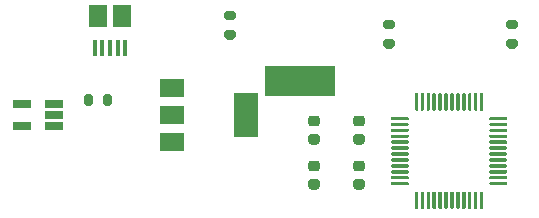
<source format=gbr>
%TF.GenerationSoftware,KiCad,Pcbnew,(5.1.10)-1*%
%TF.CreationDate,2021-12-07T16:49:30+08:00*%
%TF.ProjectId,TomatoClock,546f6d61-746f-4436-9c6f-636b2e6b6963,rev?*%
%TF.SameCoordinates,Original*%
%TF.FileFunction,Paste,Top*%
%TF.FilePolarity,Positive*%
%FSLAX46Y46*%
G04 Gerber Fmt 4.6, Leading zero omitted, Abs format (unit mm)*
G04 Created by KiCad (PCBNEW (5.1.10)-1) date 2021-12-07 16:49:30*
%MOMM*%
%LPD*%
G01*
G04 APERTURE LIST*
%ADD10R,6.000000X2.500000*%
%ADD11R,2.000000X1.500000*%
%ADD12R,2.000000X3.800000*%
%ADD13R,1.560000X0.650000*%
%ADD14R,1.500000X1.900000*%
%ADD15R,0.400000X1.350000*%
G04 APERTURE END LIST*
%TO.C,C4*%
G36*
G01*
X27182000Y19233000D02*
X27682000Y19233000D01*
G75*
G02*
X27907000Y19008000I0J-225000D01*
G01*
X27907000Y18558000D01*
G75*
G02*
X27682000Y18333000I-225000J0D01*
G01*
X27182000Y18333000D01*
G75*
G02*
X26957000Y18558000I0J225000D01*
G01*
X26957000Y19008000D01*
G75*
G02*
X27182000Y19233000I225000J0D01*
G01*
G37*
G36*
G01*
X27182000Y20783000D02*
X27682000Y20783000D01*
G75*
G02*
X27907000Y20558000I0J-225000D01*
G01*
X27907000Y20108000D01*
G75*
G02*
X27682000Y19883000I-225000J0D01*
G01*
X27182000Y19883000D01*
G75*
G02*
X26957000Y20108000I0J225000D01*
G01*
X26957000Y20558000D01*
G75*
G02*
X27182000Y20783000I225000J0D01*
G01*
G37*
%TD*%
%TO.C,C3*%
G36*
G01*
X30992000Y19233000D02*
X31492000Y19233000D01*
G75*
G02*
X31717000Y19008000I0J-225000D01*
G01*
X31717000Y18558000D01*
G75*
G02*
X31492000Y18333000I-225000J0D01*
G01*
X30992000Y18333000D01*
G75*
G02*
X30767000Y18558000I0J225000D01*
G01*
X30767000Y19008000D01*
G75*
G02*
X30992000Y19233000I225000J0D01*
G01*
G37*
G36*
G01*
X30992000Y20783000D02*
X31492000Y20783000D01*
G75*
G02*
X31717000Y20558000I0J-225000D01*
G01*
X31717000Y20108000D01*
G75*
G02*
X31492000Y19883000I-225000J0D01*
G01*
X30992000Y19883000D01*
G75*
G02*
X30767000Y20108000I0J225000D01*
G01*
X30767000Y20558000D01*
G75*
G02*
X30992000Y20783000I225000J0D01*
G01*
G37*
%TD*%
%TO.C,C2*%
G36*
G01*
X31492000Y16073000D02*
X30992000Y16073000D01*
G75*
G02*
X30767000Y16298000I0J225000D01*
G01*
X30767000Y16748000D01*
G75*
G02*
X30992000Y16973000I225000J0D01*
G01*
X31492000Y16973000D01*
G75*
G02*
X31717000Y16748000I0J-225000D01*
G01*
X31717000Y16298000D01*
G75*
G02*
X31492000Y16073000I-225000J0D01*
G01*
G37*
G36*
G01*
X31492000Y14523000D02*
X30992000Y14523000D01*
G75*
G02*
X30767000Y14748000I0J225000D01*
G01*
X30767000Y15198000D01*
G75*
G02*
X30992000Y15423000I225000J0D01*
G01*
X31492000Y15423000D01*
G75*
G02*
X31717000Y15198000I0J-225000D01*
G01*
X31717000Y14748000D01*
G75*
G02*
X31492000Y14523000I-225000J0D01*
G01*
G37*
%TD*%
%TO.C,C1*%
G36*
G01*
X27682000Y16073000D02*
X27182000Y16073000D01*
G75*
G02*
X26957000Y16298000I0J225000D01*
G01*
X26957000Y16748000D01*
G75*
G02*
X27182000Y16973000I225000J0D01*
G01*
X27682000Y16973000D01*
G75*
G02*
X27907000Y16748000I0J-225000D01*
G01*
X27907000Y16298000D01*
G75*
G02*
X27682000Y16073000I-225000J0D01*
G01*
G37*
G36*
G01*
X27682000Y14523000D02*
X27182000Y14523000D01*
G75*
G02*
X26957000Y14748000I0J225000D01*
G01*
X26957000Y15198000D01*
G75*
G02*
X27182000Y15423000I225000J0D01*
G01*
X27682000Y15423000D01*
G75*
G02*
X27907000Y15198000I0J-225000D01*
G01*
X27907000Y14748000D01*
G75*
G02*
X27682000Y14523000I-225000J0D01*
G01*
G37*
%TD*%
D10*
%TO.C,Y2*%
X26250000Y23688000D03*
%TD*%
D11*
%TO.C,U3*%
X15392000Y23128000D03*
X15392000Y18528000D03*
X15392000Y20828000D03*
D12*
X21692000Y20828000D03*
%TD*%
D13*
%TO.C,U2*%
X2714000Y19878000D03*
X2714000Y21778000D03*
X5414000Y21778000D03*
X5414000Y20828000D03*
X5414000Y19878000D03*
%TD*%
%TO.C,U1*%
G36*
G01*
X35962000Y21280000D02*
X35962000Y22605000D01*
G75*
G02*
X36037000Y22680000I75000J0D01*
G01*
X36187000Y22680000D01*
G75*
G02*
X36262000Y22605000I0J-75000D01*
G01*
X36262000Y21280000D01*
G75*
G02*
X36187000Y21205000I-75000J0D01*
G01*
X36037000Y21205000D01*
G75*
G02*
X35962000Y21280000I0J75000D01*
G01*
G37*
G36*
G01*
X36462000Y21280000D02*
X36462000Y22605000D01*
G75*
G02*
X36537000Y22680000I75000J0D01*
G01*
X36687000Y22680000D01*
G75*
G02*
X36762000Y22605000I0J-75000D01*
G01*
X36762000Y21280000D01*
G75*
G02*
X36687000Y21205000I-75000J0D01*
G01*
X36537000Y21205000D01*
G75*
G02*
X36462000Y21280000I0J75000D01*
G01*
G37*
G36*
G01*
X36962000Y21280000D02*
X36962000Y22605000D01*
G75*
G02*
X37037000Y22680000I75000J0D01*
G01*
X37187000Y22680000D01*
G75*
G02*
X37262000Y22605000I0J-75000D01*
G01*
X37262000Y21280000D01*
G75*
G02*
X37187000Y21205000I-75000J0D01*
G01*
X37037000Y21205000D01*
G75*
G02*
X36962000Y21280000I0J75000D01*
G01*
G37*
G36*
G01*
X37462000Y21280000D02*
X37462000Y22605000D01*
G75*
G02*
X37537000Y22680000I75000J0D01*
G01*
X37687000Y22680000D01*
G75*
G02*
X37762000Y22605000I0J-75000D01*
G01*
X37762000Y21280000D01*
G75*
G02*
X37687000Y21205000I-75000J0D01*
G01*
X37537000Y21205000D01*
G75*
G02*
X37462000Y21280000I0J75000D01*
G01*
G37*
G36*
G01*
X37962000Y21280000D02*
X37962000Y22605000D01*
G75*
G02*
X38037000Y22680000I75000J0D01*
G01*
X38187000Y22680000D01*
G75*
G02*
X38262000Y22605000I0J-75000D01*
G01*
X38262000Y21280000D01*
G75*
G02*
X38187000Y21205000I-75000J0D01*
G01*
X38037000Y21205000D01*
G75*
G02*
X37962000Y21280000I0J75000D01*
G01*
G37*
G36*
G01*
X38462000Y21280000D02*
X38462000Y22605000D01*
G75*
G02*
X38537000Y22680000I75000J0D01*
G01*
X38687000Y22680000D01*
G75*
G02*
X38762000Y22605000I0J-75000D01*
G01*
X38762000Y21280000D01*
G75*
G02*
X38687000Y21205000I-75000J0D01*
G01*
X38537000Y21205000D01*
G75*
G02*
X38462000Y21280000I0J75000D01*
G01*
G37*
G36*
G01*
X38962000Y21280000D02*
X38962000Y22605000D01*
G75*
G02*
X39037000Y22680000I75000J0D01*
G01*
X39187000Y22680000D01*
G75*
G02*
X39262000Y22605000I0J-75000D01*
G01*
X39262000Y21280000D01*
G75*
G02*
X39187000Y21205000I-75000J0D01*
G01*
X39037000Y21205000D01*
G75*
G02*
X38962000Y21280000I0J75000D01*
G01*
G37*
G36*
G01*
X39462000Y21280000D02*
X39462000Y22605000D01*
G75*
G02*
X39537000Y22680000I75000J0D01*
G01*
X39687000Y22680000D01*
G75*
G02*
X39762000Y22605000I0J-75000D01*
G01*
X39762000Y21280000D01*
G75*
G02*
X39687000Y21205000I-75000J0D01*
G01*
X39537000Y21205000D01*
G75*
G02*
X39462000Y21280000I0J75000D01*
G01*
G37*
G36*
G01*
X39962000Y21280000D02*
X39962000Y22605000D01*
G75*
G02*
X40037000Y22680000I75000J0D01*
G01*
X40187000Y22680000D01*
G75*
G02*
X40262000Y22605000I0J-75000D01*
G01*
X40262000Y21280000D01*
G75*
G02*
X40187000Y21205000I-75000J0D01*
G01*
X40037000Y21205000D01*
G75*
G02*
X39962000Y21280000I0J75000D01*
G01*
G37*
G36*
G01*
X40462000Y21280000D02*
X40462000Y22605000D01*
G75*
G02*
X40537000Y22680000I75000J0D01*
G01*
X40687000Y22680000D01*
G75*
G02*
X40762000Y22605000I0J-75000D01*
G01*
X40762000Y21280000D01*
G75*
G02*
X40687000Y21205000I-75000J0D01*
G01*
X40537000Y21205000D01*
G75*
G02*
X40462000Y21280000I0J75000D01*
G01*
G37*
G36*
G01*
X40962000Y21280000D02*
X40962000Y22605000D01*
G75*
G02*
X41037000Y22680000I75000J0D01*
G01*
X41187000Y22680000D01*
G75*
G02*
X41262000Y22605000I0J-75000D01*
G01*
X41262000Y21280000D01*
G75*
G02*
X41187000Y21205000I-75000J0D01*
G01*
X41037000Y21205000D01*
G75*
G02*
X40962000Y21280000I0J75000D01*
G01*
G37*
G36*
G01*
X41462000Y21280000D02*
X41462000Y22605000D01*
G75*
G02*
X41537000Y22680000I75000J0D01*
G01*
X41687000Y22680000D01*
G75*
G02*
X41762000Y22605000I0J-75000D01*
G01*
X41762000Y21280000D01*
G75*
G02*
X41687000Y21205000I-75000J0D01*
G01*
X41537000Y21205000D01*
G75*
G02*
X41462000Y21280000I0J75000D01*
G01*
G37*
G36*
G01*
X42287000Y20455000D02*
X42287000Y20605000D01*
G75*
G02*
X42362000Y20680000I75000J0D01*
G01*
X43687000Y20680000D01*
G75*
G02*
X43762000Y20605000I0J-75000D01*
G01*
X43762000Y20455000D01*
G75*
G02*
X43687000Y20380000I-75000J0D01*
G01*
X42362000Y20380000D01*
G75*
G02*
X42287000Y20455000I0J75000D01*
G01*
G37*
G36*
G01*
X42287000Y19955000D02*
X42287000Y20105000D01*
G75*
G02*
X42362000Y20180000I75000J0D01*
G01*
X43687000Y20180000D01*
G75*
G02*
X43762000Y20105000I0J-75000D01*
G01*
X43762000Y19955000D01*
G75*
G02*
X43687000Y19880000I-75000J0D01*
G01*
X42362000Y19880000D01*
G75*
G02*
X42287000Y19955000I0J75000D01*
G01*
G37*
G36*
G01*
X42287000Y19455000D02*
X42287000Y19605000D01*
G75*
G02*
X42362000Y19680000I75000J0D01*
G01*
X43687000Y19680000D01*
G75*
G02*
X43762000Y19605000I0J-75000D01*
G01*
X43762000Y19455000D01*
G75*
G02*
X43687000Y19380000I-75000J0D01*
G01*
X42362000Y19380000D01*
G75*
G02*
X42287000Y19455000I0J75000D01*
G01*
G37*
G36*
G01*
X42287000Y18955000D02*
X42287000Y19105000D01*
G75*
G02*
X42362000Y19180000I75000J0D01*
G01*
X43687000Y19180000D01*
G75*
G02*
X43762000Y19105000I0J-75000D01*
G01*
X43762000Y18955000D01*
G75*
G02*
X43687000Y18880000I-75000J0D01*
G01*
X42362000Y18880000D01*
G75*
G02*
X42287000Y18955000I0J75000D01*
G01*
G37*
G36*
G01*
X42287000Y18455000D02*
X42287000Y18605000D01*
G75*
G02*
X42362000Y18680000I75000J0D01*
G01*
X43687000Y18680000D01*
G75*
G02*
X43762000Y18605000I0J-75000D01*
G01*
X43762000Y18455000D01*
G75*
G02*
X43687000Y18380000I-75000J0D01*
G01*
X42362000Y18380000D01*
G75*
G02*
X42287000Y18455000I0J75000D01*
G01*
G37*
G36*
G01*
X42287000Y17955000D02*
X42287000Y18105000D01*
G75*
G02*
X42362000Y18180000I75000J0D01*
G01*
X43687000Y18180000D01*
G75*
G02*
X43762000Y18105000I0J-75000D01*
G01*
X43762000Y17955000D01*
G75*
G02*
X43687000Y17880000I-75000J0D01*
G01*
X42362000Y17880000D01*
G75*
G02*
X42287000Y17955000I0J75000D01*
G01*
G37*
G36*
G01*
X42287000Y17455000D02*
X42287000Y17605000D01*
G75*
G02*
X42362000Y17680000I75000J0D01*
G01*
X43687000Y17680000D01*
G75*
G02*
X43762000Y17605000I0J-75000D01*
G01*
X43762000Y17455000D01*
G75*
G02*
X43687000Y17380000I-75000J0D01*
G01*
X42362000Y17380000D01*
G75*
G02*
X42287000Y17455000I0J75000D01*
G01*
G37*
G36*
G01*
X42287000Y16955000D02*
X42287000Y17105000D01*
G75*
G02*
X42362000Y17180000I75000J0D01*
G01*
X43687000Y17180000D01*
G75*
G02*
X43762000Y17105000I0J-75000D01*
G01*
X43762000Y16955000D01*
G75*
G02*
X43687000Y16880000I-75000J0D01*
G01*
X42362000Y16880000D01*
G75*
G02*
X42287000Y16955000I0J75000D01*
G01*
G37*
G36*
G01*
X42287000Y16455000D02*
X42287000Y16605000D01*
G75*
G02*
X42362000Y16680000I75000J0D01*
G01*
X43687000Y16680000D01*
G75*
G02*
X43762000Y16605000I0J-75000D01*
G01*
X43762000Y16455000D01*
G75*
G02*
X43687000Y16380000I-75000J0D01*
G01*
X42362000Y16380000D01*
G75*
G02*
X42287000Y16455000I0J75000D01*
G01*
G37*
G36*
G01*
X42287000Y15955000D02*
X42287000Y16105000D01*
G75*
G02*
X42362000Y16180000I75000J0D01*
G01*
X43687000Y16180000D01*
G75*
G02*
X43762000Y16105000I0J-75000D01*
G01*
X43762000Y15955000D01*
G75*
G02*
X43687000Y15880000I-75000J0D01*
G01*
X42362000Y15880000D01*
G75*
G02*
X42287000Y15955000I0J75000D01*
G01*
G37*
G36*
G01*
X42287000Y15455000D02*
X42287000Y15605000D01*
G75*
G02*
X42362000Y15680000I75000J0D01*
G01*
X43687000Y15680000D01*
G75*
G02*
X43762000Y15605000I0J-75000D01*
G01*
X43762000Y15455000D01*
G75*
G02*
X43687000Y15380000I-75000J0D01*
G01*
X42362000Y15380000D01*
G75*
G02*
X42287000Y15455000I0J75000D01*
G01*
G37*
G36*
G01*
X42287000Y14955000D02*
X42287000Y15105000D01*
G75*
G02*
X42362000Y15180000I75000J0D01*
G01*
X43687000Y15180000D01*
G75*
G02*
X43762000Y15105000I0J-75000D01*
G01*
X43762000Y14955000D01*
G75*
G02*
X43687000Y14880000I-75000J0D01*
G01*
X42362000Y14880000D01*
G75*
G02*
X42287000Y14955000I0J75000D01*
G01*
G37*
G36*
G01*
X41462000Y12955000D02*
X41462000Y14280000D01*
G75*
G02*
X41537000Y14355000I75000J0D01*
G01*
X41687000Y14355000D01*
G75*
G02*
X41762000Y14280000I0J-75000D01*
G01*
X41762000Y12955000D01*
G75*
G02*
X41687000Y12880000I-75000J0D01*
G01*
X41537000Y12880000D01*
G75*
G02*
X41462000Y12955000I0J75000D01*
G01*
G37*
G36*
G01*
X40962000Y12955000D02*
X40962000Y14280000D01*
G75*
G02*
X41037000Y14355000I75000J0D01*
G01*
X41187000Y14355000D01*
G75*
G02*
X41262000Y14280000I0J-75000D01*
G01*
X41262000Y12955000D01*
G75*
G02*
X41187000Y12880000I-75000J0D01*
G01*
X41037000Y12880000D01*
G75*
G02*
X40962000Y12955000I0J75000D01*
G01*
G37*
G36*
G01*
X40462000Y12955000D02*
X40462000Y14280000D01*
G75*
G02*
X40537000Y14355000I75000J0D01*
G01*
X40687000Y14355000D01*
G75*
G02*
X40762000Y14280000I0J-75000D01*
G01*
X40762000Y12955000D01*
G75*
G02*
X40687000Y12880000I-75000J0D01*
G01*
X40537000Y12880000D01*
G75*
G02*
X40462000Y12955000I0J75000D01*
G01*
G37*
G36*
G01*
X39962000Y12955000D02*
X39962000Y14280000D01*
G75*
G02*
X40037000Y14355000I75000J0D01*
G01*
X40187000Y14355000D01*
G75*
G02*
X40262000Y14280000I0J-75000D01*
G01*
X40262000Y12955000D01*
G75*
G02*
X40187000Y12880000I-75000J0D01*
G01*
X40037000Y12880000D01*
G75*
G02*
X39962000Y12955000I0J75000D01*
G01*
G37*
G36*
G01*
X39462000Y12955000D02*
X39462000Y14280000D01*
G75*
G02*
X39537000Y14355000I75000J0D01*
G01*
X39687000Y14355000D01*
G75*
G02*
X39762000Y14280000I0J-75000D01*
G01*
X39762000Y12955000D01*
G75*
G02*
X39687000Y12880000I-75000J0D01*
G01*
X39537000Y12880000D01*
G75*
G02*
X39462000Y12955000I0J75000D01*
G01*
G37*
G36*
G01*
X38962000Y12955000D02*
X38962000Y14280000D01*
G75*
G02*
X39037000Y14355000I75000J0D01*
G01*
X39187000Y14355000D01*
G75*
G02*
X39262000Y14280000I0J-75000D01*
G01*
X39262000Y12955000D01*
G75*
G02*
X39187000Y12880000I-75000J0D01*
G01*
X39037000Y12880000D01*
G75*
G02*
X38962000Y12955000I0J75000D01*
G01*
G37*
G36*
G01*
X38462000Y12955000D02*
X38462000Y14280000D01*
G75*
G02*
X38537000Y14355000I75000J0D01*
G01*
X38687000Y14355000D01*
G75*
G02*
X38762000Y14280000I0J-75000D01*
G01*
X38762000Y12955000D01*
G75*
G02*
X38687000Y12880000I-75000J0D01*
G01*
X38537000Y12880000D01*
G75*
G02*
X38462000Y12955000I0J75000D01*
G01*
G37*
G36*
G01*
X37962000Y12955000D02*
X37962000Y14280000D01*
G75*
G02*
X38037000Y14355000I75000J0D01*
G01*
X38187000Y14355000D01*
G75*
G02*
X38262000Y14280000I0J-75000D01*
G01*
X38262000Y12955000D01*
G75*
G02*
X38187000Y12880000I-75000J0D01*
G01*
X38037000Y12880000D01*
G75*
G02*
X37962000Y12955000I0J75000D01*
G01*
G37*
G36*
G01*
X37462000Y12955000D02*
X37462000Y14280000D01*
G75*
G02*
X37537000Y14355000I75000J0D01*
G01*
X37687000Y14355000D01*
G75*
G02*
X37762000Y14280000I0J-75000D01*
G01*
X37762000Y12955000D01*
G75*
G02*
X37687000Y12880000I-75000J0D01*
G01*
X37537000Y12880000D01*
G75*
G02*
X37462000Y12955000I0J75000D01*
G01*
G37*
G36*
G01*
X36962000Y12955000D02*
X36962000Y14280000D01*
G75*
G02*
X37037000Y14355000I75000J0D01*
G01*
X37187000Y14355000D01*
G75*
G02*
X37262000Y14280000I0J-75000D01*
G01*
X37262000Y12955000D01*
G75*
G02*
X37187000Y12880000I-75000J0D01*
G01*
X37037000Y12880000D01*
G75*
G02*
X36962000Y12955000I0J75000D01*
G01*
G37*
G36*
G01*
X36462000Y12955000D02*
X36462000Y14280000D01*
G75*
G02*
X36537000Y14355000I75000J0D01*
G01*
X36687000Y14355000D01*
G75*
G02*
X36762000Y14280000I0J-75000D01*
G01*
X36762000Y12955000D01*
G75*
G02*
X36687000Y12880000I-75000J0D01*
G01*
X36537000Y12880000D01*
G75*
G02*
X36462000Y12955000I0J75000D01*
G01*
G37*
G36*
G01*
X35962000Y12955000D02*
X35962000Y14280000D01*
G75*
G02*
X36037000Y14355000I75000J0D01*
G01*
X36187000Y14355000D01*
G75*
G02*
X36262000Y14280000I0J-75000D01*
G01*
X36262000Y12955000D01*
G75*
G02*
X36187000Y12880000I-75000J0D01*
G01*
X36037000Y12880000D01*
G75*
G02*
X35962000Y12955000I0J75000D01*
G01*
G37*
G36*
G01*
X33962000Y14955000D02*
X33962000Y15105000D01*
G75*
G02*
X34037000Y15180000I75000J0D01*
G01*
X35362000Y15180000D01*
G75*
G02*
X35437000Y15105000I0J-75000D01*
G01*
X35437000Y14955000D01*
G75*
G02*
X35362000Y14880000I-75000J0D01*
G01*
X34037000Y14880000D01*
G75*
G02*
X33962000Y14955000I0J75000D01*
G01*
G37*
G36*
G01*
X33962000Y15455000D02*
X33962000Y15605000D01*
G75*
G02*
X34037000Y15680000I75000J0D01*
G01*
X35362000Y15680000D01*
G75*
G02*
X35437000Y15605000I0J-75000D01*
G01*
X35437000Y15455000D01*
G75*
G02*
X35362000Y15380000I-75000J0D01*
G01*
X34037000Y15380000D01*
G75*
G02*
X33962000Y15455000I0J75000D01*
G01*
G37*
G36*
G01*
X33962000Y15955000D02*
X33962000Y16105000D01*
G75*
G02*
X34037000Y16180000I75000J0D01*
G01*
X35362000Y16180000D01*
G75*
G02*
X35437000Y16105000I0J-75000D01*
G01*
X35437000Y15955000D01*
G75*
G02*
X35362000Y15880000I-75000J0D01*
G01*
X34037000Y15880000D01*
G75*
G02*
X33962000Y15955000I0J75000D01*
G01*
G37*
G36*
G01*
X33962000Y16455000D02*
X33962000Y16605000D01*
G75*
G02*
X34037000Y16680000I75000J0D01*
G01*
X35362000Y16680000D01*
G75*
G02*
X35437000Y16605000I0J-75000D01*
G01*
X35437000Y16455000D01*
G75*
G02*
X35362000Y16380000I-75000J0D01*
G01*
X34037000Y16380000D01*
G75*
G02*
X33962000Y16455000I0J75000D01*
G01*
G37*
G36*
G01*
X33962000Y16955000D02*
X33962000Y17105000D01*
G75*
G02*
X34037000Y17180000I75000J0D01*
G01*
X35362000Y17180000D01*
G75*
G02*
X35437000Y17105000I0J-75000D01*
G01*
X35437000Y16955000D01*
G75*
G02*
X35362000Y16880000I-75000J0D01*
G01*
X34037000Y16880000D01*
G75*
G02*
X33962000Y16955000I0J75000D01*
G01*
G37*
G36*
G01*
X33962000Y17455000D02*
X33962000Y17605000D01*
G75*
G02*
X34037000Y17680000I75000J0D01*
G01*
X35362000Y17680000D01*
G75*
G02*
X35437000Y17605000I0J-75000D01*
G01*
X35437000Y17455000D01*
G75*
G02*
X35362000Y17380000I-75000J0D01*
G01*
X34037000Y17380000D01*
G75*
G02*
X33962000Y17455000I0J75000D01*
G01*
G37*
G36*
G01*
X33962000Y17955000D02*
X33962000Y18105000D01*
G75*
G02*
X34037000Y18180000I75000J0D01*
G01*
X35362000Y18180000D01*
G75*
G02*
X35437000Y18105000I0J-75000D01*
G01*
X35437000Y17955000D01*
G75*
G02*
X35362000Y17880000I-75000J0D01*
G01*
X34037000Y17880000D01*
G75*
G02*
X33962000Y17955000I0J75000D01*
G01*
G37*
G36*
G01*
X33962000Y18455000D02*
X33962000Y18605000D01*
G75*
G02*
X34037000Y18680000I75000J0D01*
G01*
X35362000Y18680000D01*
G75*
G02*
X35437000Y18605000I0J-75000D01*
G01*
X35437000Y18455000D01*
G75*
G02*
X35362000Y18380000I-75000J0D01*
G01*
X34037000Y18380000D01*
G75*
G02*
X33962000Y18455000I0J75000D01*
G01*
G37*
G36*
G01*
X33962000Y18955000D02*
X33962000Y19105000D01*
G75*
G02*
X34037000Y19180000I75000J0D01*
G01*
X35362000Y19180000D01*
G75*
G02*
X35437000Y19105000I0J-75000D01*
G01*
X35437000Y18955000D01*
G75*
G02*
X35362000Y18880000I-75000J0D01*
G01*
X34037000Y18880000D01*
G75*
G02*
X33962000Y18955000I0J75000D01*
G01*
G37*
G36*
G01*
X33962000Y19455000D02*
X33962000Y19605000D01*
G75*
G02*
X34037000Y19680000I75000J0D01*
G01*
X35362000Y19680000D01*
G75*
G02*
X35437000Y19605000I0J-75000D01*
G01*
X35437000Y19455000D01*
G75*
G02*
X35362000Y19380000I-75000J0D01*
G01*
X34037000Y19380000D01*
G75*
G02*
X33962000Y19455000I0J75000D01*
G01*
G37*
G36*
G01*
X33962000Y19955000D02*
X33962000Y20105000D01*
G75*
G02*
X34037000Y20180000I75000J0D01*
G01*
X35362000Y20180000D01*
G75*
G02*
X35437000Y20105000I0J-75000D01*
G01*
X35437000Y19955000D01*
G75*
G02*
X35362000Y19880000I-75000J0D01*
G01*
X34037000Y19880000D01*
G75*
G02*
X33962000Y19955000I0J75000D01*
G01*
G37*
G36*
G01*
X33962000Y20455000D02*
X33962000Y20605000D01*
G75*
G02*
X34037000Y20680000I75000J0D01*
G01*
X35362000Y20680000D01*
G75*
G02*
X35437000Y20605000I0J-75000D01*
G01*
X35437000Y20455000D01*
G75*
G02*
X35362000Y20380000I-75000J0D01*
G01*
X34037000Y20380000D01*
G75*
G02*
X33962000Y20455000I0J75000D01*
G01*
G37*
%TD*%
%TO.C,R4*%
G36*
G01*
X20045000Y28023000D02*
X20595000Y28023000D01*
G75*
G02*
X20795000Y27823000I0J-200000D01*
G01*
X20795000Y27423000D01*
G75*
G02*
X20595000Y27223000I-200000J0D01*
G01*
X20045000Y27223000D01*
G75*
G02*
X19845000Y27423000I0J200000D01*
G01*
X19845000Y27823000D01*
G75*
G02*
X20045000Y28023000I200000J0D01*
G01*
G37*
G36*
G01*
X20045000Y29673000D02*
X20595000Y29673000D01*
G75*
G02*
X20795000Y29473000I0J-200000D01*
G01*
X20795000Y29073000D01*
G75*
G02*
X20595000Y28873000I-200000J0D01*
G01*
X20045000Y28873000D01*
G75*
G02*
X19845000Y29073000I0J200000D01*
G01*
X19845000Y29473000D01*
G75*
G02*
X20045000Y29673000I200000J0D01*
G01*
G37*
%TD*%
%TO.C,R3*%
G36*
G01*
X8719000Y22373000D02*
X8719000Y21823000D01*
G75*
G02*
X8519000Y21623000I-200000J0D01*
G01*
X8119000Y21623000D01*
G75*
G02*
X7919000Y21823000I0J200000D01*
G01*
X7919000Y22373000D01*
G75*
G02*
X8119000Y22573000I200000J0D01*
G01*
X8519000Y22573000D01*
G75*
G02*
X8719000Y22373000I0J-200000D01*
G01*
G37*
G36*
G01*
X10369000Y22373000D02*
X10369000Y21823000D01*
G75*
G02*
X10169000Y21623000I-200000J0D01*
G01*
X9769000Y21623000D01*
G75*
G02*
X9569000Y21823000I0J200000D01*
G01*
X9569000Y22373000D01*
G75*
G02*
X9769000Y22573000I200000J0D01*
G01*
X10169000Y22573000D01*
G75*
G02*
X10369000Y22373000I0J-200000D01*
G01*
G37*
%TD*%
%TO.C,R2*%
G36*
G01*
X44471000Y28111000D02*
X43921000Y28111000D01*
G75*
G02*
X43721000Y28311000I0J200000D01*
G01*
X43721000Y28711000D01*
G75*
G02*
X43921000Y28911000I200000J0D01*
G01*
X44471000Y28911000D01*
G75*
G02*
X44671000Y28711000I0J-200000D01*
G01*
X44671000Y28311000D01*
G75*
G02*
X44471000Y28111000I-200000J0D01*
G01*
G37*
G36*
G01*
X44471000Y26461000D02*
X43921000Y26461000D01*
G75*
G02*
X43721000Y26661000I0J200000D01*
G01*
X43721000Y27061000D01*
G75*
G02*
X43921000Y27261000I200000J0D01*
G01*
X44471000Y27261000D01*
G75*
G02*
X44671000Y27061000I0J-200000D01*
G01*
X44671000Y26661000D01*
G75*
G02*
X44471000Y26461000I-200000J0D01*
G01*
G37*
%TD*%
%TO.C,R1*%
G36*
G01*
X33507000Y27261000D02*
X34057000Y27261000D01*
G75*
G02*
X34257000Y27061000I0J-200000D01*
G01*
X34257000Y26661000D01*
G75*
G02*
X34057000Y26461000I-200000J0D01*
G01*
X33507000Y26461000D01*
G75*
G02*
X33307000Y26661000I0J200000D01*
G01*
X33307000Y27061000D01*
G75*
G02*
X33507000Y27261000I200000J0D01*
G01*
G37*
G36*
G01*
X33507000Y28911000D02*
X34057000Y28911000D01*
G75*
G02*
X34257000Y28711000I0J-200000D01*
G01*
X34257000Y28311000D01*
G75*
G02*
X34057000Y28111000I-200000J0D01*
G01*
X33507000Y28111000D01*
G75*
G02*
X33307000Y28311000I0J200000D01*
G01*
X33307000Y28711000D01*
G75*
G02*
X33507000Y28911000I200000J0D01*
G01*
G37*
%TD*%
D14*
%TO.C,J3*%
X11160000Y29177500D03*
D15*
X10160000Y26477500D03*
X9510000Y26477500D03*
X8860000Y26477500D03*
X11460000Y26477500D03*
X10810000Y26477500D03*
D14*
X9160000Y29177500D03*
%TD*%
M02*

</source>
